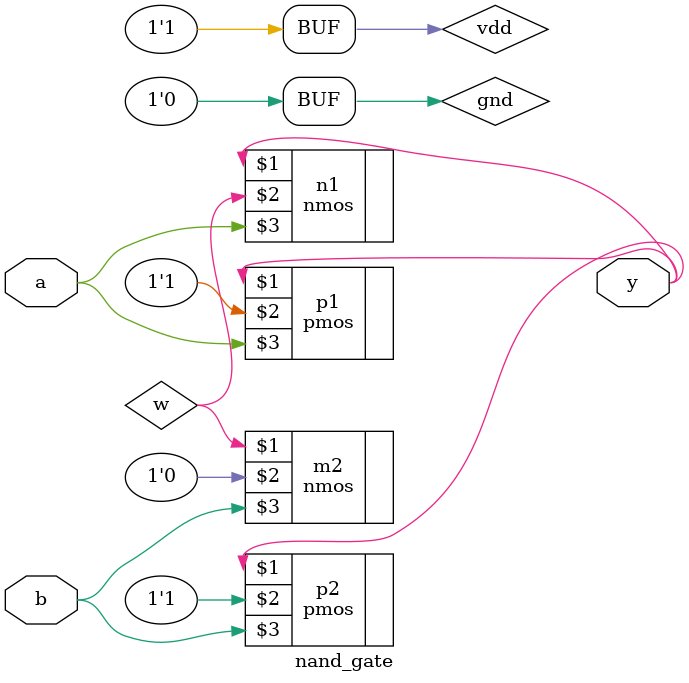
<source format=v>
module nand_gate(input a,b, output y);
  wire w;
  supply1 vdd;
  supply0 gnd;
  
  pmos p1(y,vdd,a);
  pmos p2(y,vdd,b);
  
  nmos n1(y,w,a);
  nmos m2(w,gnd,b);
  
endmodule

</source>
